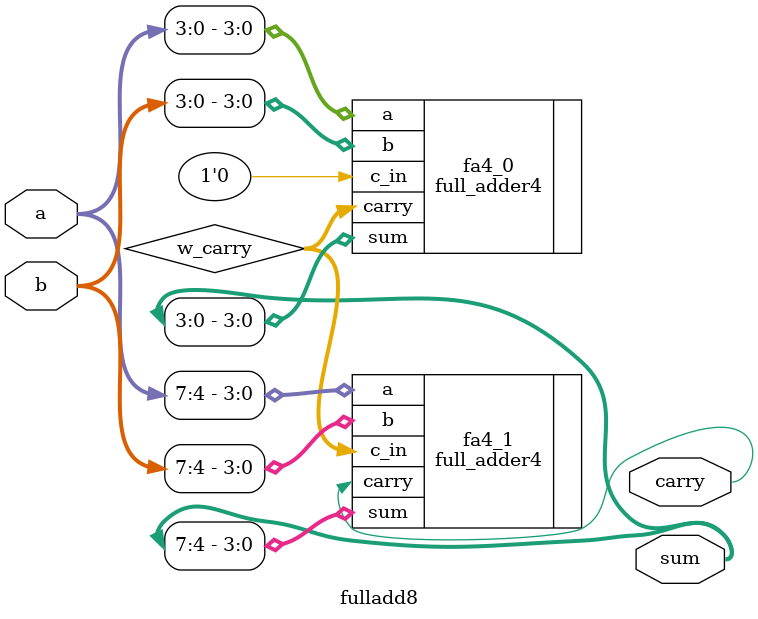
<source format=v>
`timescale 1ns / 1ps

module fulladd8(
    // input [15:0] sw,
    // output [8:0] led,
    input [7:0] a,
    input [7:0] b,
    output [7:0] sum,
    output carry
//    input c_in,//c_in 존재 x
    );
    wire [7:0] w_carry;

    full_adder4 fa4_0(
        .a(a[3:0]),
        .b(b[3:0]),
        .c_in(1'b0),
        .sum(sum[3:0]),
        .carry(w_carry)
    );

    full_adder4 fa4_1(
        .a(a[7:4]),
        .b(b[7:4]),
        .c_in(w_carry), //0로부터 넘어오는 carry
        .sum(sum[7:4]),
        .carry(carry) // 8bit fulladd의 밖으로 나오는 output carry
    );
endmodule

</source>
